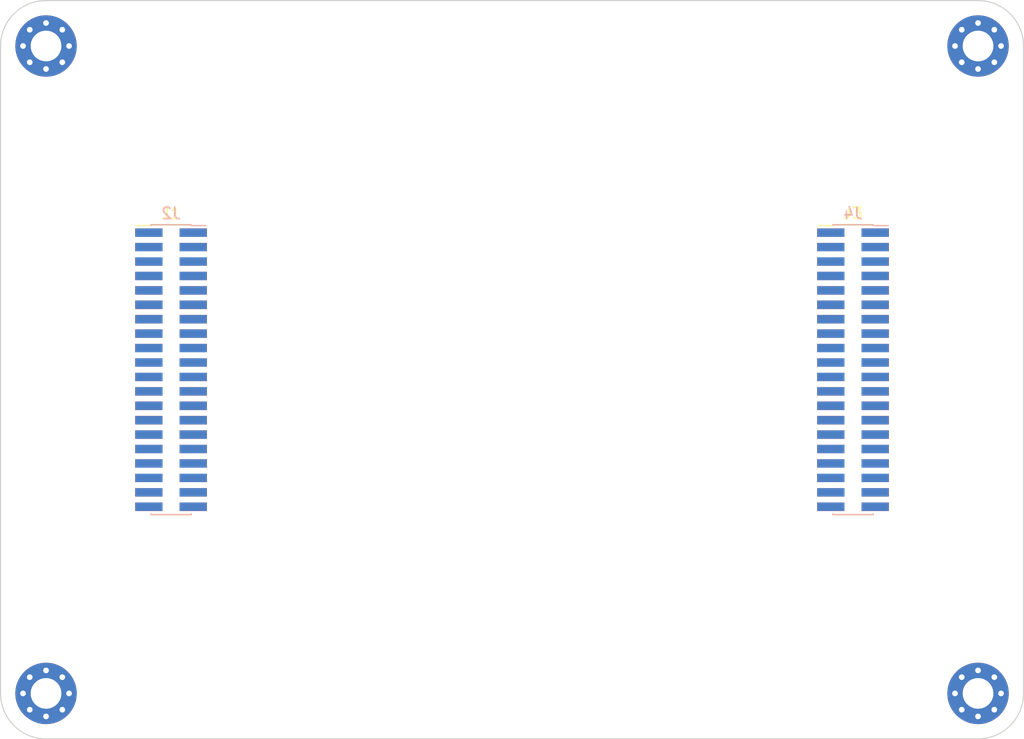
<source format=kicad_pcb>
(kicad_pcb (version 20210424) (generator pcbnew)
  (title_block (title "FlySensei_Stack_RPi") (date "2021-06-01") (rev "0.1") (company "George Mason University"))
  (layers (0 "F.Cu" signal) (1 "In1.Cu" signal) (2 "In2.Cu" signal) (31 "B.Cu" signal) (34 "B.Paste" user) (35 "F.Paste" user) (36 "B.SilkS" user "B.Silkscreen") (37 "F.SilkS" user "F.Silkscreen") (38 "B.Mask" user) (39 "F.Mask" user) (44 "Edge.Cuts" user))
  (net 0 "")
  (net 1 "/Stacking Connectors/GPIO0")
  (net 2 "GND")
  (net 3 "/Stacking Connectors/GPIO2")
  (net 4 "/Stacking Connectors/GPIO1")
  (net 5 "/Stacking Connectors/GPIO3")
  (net 6 "/Stacking Connectors/SPI0.MOSI")
  (net 7 "/Stacking Connectors/GPIO4")
  (net 8 "/Stacking Connectors/SPI0.MISO")
  (net 9 "/Stacking Connectors/GPIO5")
  (net 10 "/Stacking Connectors/SPI0.CLK")
  (net 11 "/Stacking Connectors/GPIO6")
  (net 12 "/Stacking Connectors/SPI0.CS0")
  (net 13 "/Stacking Connectors/GPIO7")
  (net 14 "/Stacking Connectors/SPI0.CS1")
  (net 15 "/Stacking Connectors/SPI0.CS2")
  (net 16 "/Stacking Connectors/I2C0.SCL")
  (net 17 "/Stacking Connectors/SPI0.CS3")
  (net 18 "/Stacking Connectors/BATT_IN")
  (net 19 "/Stacking Connectors/I2C0.SDA")
  (net 20 "/Stacking Connectors/SPI1.MOSI")
  (net 21 "/Stacking Connectors/SPI1.MISO")
  (net 22 "/Stacking Connectors/SPI1.CLK")
  (net 23 "/Stacking Connectors/UART0.TX")
  (net 24 "/Stacking Connectors/SPI1.CS0")
  (net 25 "/Stacking Connectors/UART0.RX")
  (net 26 "/Stacking Connectors/SPI1.CS1")
  (net 27 "/Stacking Connectors/UART1.TX")
  (net 28 "/Stacking Connectors/UART1.RX")
  (net 48 "/Stacking Connectors/I2C1.SCL")
  (net 55 "/Stacking Connectors/I2C1.SDA")
  (footprint "MountingHole:MountingHole_2.7mm_M2.5_Pad_Via" (layer "F.Cu") (at 94 126)
    (fp_text reference "H1" hide)
    (fp_text value "MountingHole")
    (pad "1" thru_hole circle locked (at 1.431891 1.431891) (size 0.8 0.8) (drill 0.5) (layers *.Cu *.Mask))
    (pad "1" thru_hole circle locked (at 0 2.025) (size 0.8 0.8) (drill 0.5) (layers *.Cu *.Mask))
    (pad "1" thru_hole circle locked (at 0 0) (size 5.4 5.4) (drill 2.7) (layers *.Cu *.Mask))
    (pad "1" thru_hole circle locked (at 1.431891 -1.431891) (size 0.8 0.8) (drill 0.5) (layers *.Cu *.Mask))
    (pad "1" thru_hole circle locked (at -1.431891 1.431891) (size 0.8 0.8) (drill 0.5) (layers *.Cu *.Mask))
    (pad "1" thru_hole circle locked (at -1.431891 -1.431891) (size 0.8 0.8) (drill 0.5) (layers *.Cu *.Mask))
    (pad "1" thru_hole circle locked (at 2.025 0) (size 0.8 0.8) (drill 0.5) (layers *.Cu *.Mask))
    (pad "1" thru_hole circle locked (at 0 -2.025) (size 0.8 0.8) (drill 0.5) (layers *.Cu *.Mask))
    (pad "1" thru_hole circle locked (at -2.025 0) (size 0.8 0.8) (drill 0.5) (layers *.Cu *.Mask))
  )
  (footprint "MountingHole:MountingHole_2.7mm_M2.5_Pad_Via" (layer "F.Cu") (at 176 69)
    (fp_text reference "H3" hide)
    (fp_text value "MountingHole")
    (pad "1" thru_hole circle locked (at 2.025 0) (size 0.8 0.8) (drill 0.5) (layers *.Cu *.Mask))
    (pad "1" thru_hole circle locked (at 1.431891 1.431891) (size 0.8 0.8) (drill 0.5) (layers *.Cu *.Mask))
    (pad "1" thru_hole circle locked (at -1.431891 1.431891) (size 0.8 0.8) (drill 0.5) (layers *.Cu *.Mask))
    (pad "1" thru_hole circle locked (at 0 2.025) (size 0.8 0.8) (drill 0.5) (layers *.Cu *.Mask))
    (pad "1" thru_hole circle locked (at 0 -2.025) (size 0.8 0.8) (drill 0.5) (layers *.Cu *.Mask))
    (pad "1" thru_hole circle locked (at 0 0) (size 5.4 5.4) (drill 2.7) (layers *.Cu *.Mask))
    (pad "1" thru_hole circle locked (at -1.431891 -1.431891) (size 0.8 0.8) (drill 0.5) (layers *.Cu *.Mask))
    (pad "1" thru_hole circle locked (at -2.025 0) (size 0.8 0.8) (drill 0.5) (layers *.Cu *.Mask))
    (pad "1" thru_hole circle locked (at 1.431891 -1.431891) (size 0.8 0.8) (drill 0.5) (layers *.Cu *.Mask))
  )
  (footprint "MountingHole:MountingHole_2.7mm_M2.5_Pad_Via" (layer "F.Cu") (at 94 69)
    (fp_text reference "H2" hide)
    (fp_text value "MountingHole")
    (pad "1" thru_hole circle locked (at 0 2.025) (size 0.8 0.8) (drill 0.5) (layers *.Cu *.Mask))
    (pad "1" thru_hole circle locked (at 0 -2.025) (size 0.8 0.8) (drill 0.5) (layers *.Cu *.Mask))
    (pad "1" thru_hole circle locked (at -1.431891 1.431891) (size 0.8 0.8) (drill 0.5) (layers *.Cu *.Mask))
    (pad "1" thru_hole circle locked (at 1.431891 -1.431891) (size 0.8 0.8) (drill 0.5) (layers *.Cu *.Mask))
    (pad "1" thru_hole circle locked (at 2.025 0) (size 0.8 0.8) (drill 0.5) (layers *.Cu *.Mask))
    (pad "1" thru_hole circle locked (at 0 0) (size 5.4 5.4) (drill 2.7) (layers *.Cu *.Mask))
    (pad "1" thru_hole circle locked (at -1.431891 -1.431891) (size 0.8 0.8) (drill 0.5) (layers *.Cu *.Mask))
    (pad "1" thru_hole circle locked (at -2.025 0) (size 0.8 0.8) (drill 0.5) (layers *.Cu *.Mask))
    (pad "1" thru_hole circle locked (at 1.431891 1.431891) (size 0.8 0.8) (drill 0.5) (layers *.Cu *.Mask))
  )
  (footprint "MountingHole:MountingHole_2.7mm_M2.5_Pad_Via" (layer "F.Cu") (at 176 126)
    (fp_text reference "H4" hide)
    (fp_text value "MountingHole")
    (pad "1" thru_hole circle locked (at 0 2.025) (size 0.8 0.8) (drill 0.5) (layers *.Cu *.Mask))
    (pad "1" thru_hole circle locked (at -1.431891 1.431891) (size 0.8 0.8) (drill 0.5) (layers *.Cu *.Mask))
    (pad "1" thru_hole circle locked (at 2.025 0) (size 0.8 0.8) (drill 0.5) (layers *.Cu *.Mask))
    (pad "1" thru_hole circle locked (at 1.431891 1.431891) (size 0.8 0.8) (drill 0.5) (layers *.Cu *.Mask))
    (pad "1" thru_hole circle locked (at 1.431891 -1.431891) (size 0.8 0.8) (drill 0.5) (layers *.Cu *.Mask))
    (pad "1" thru_hole circle locked (at 0 0) (size 5.4 5.4) (drill 2.7) (layers *.Cu *.Mask))
    (pad "1" thru_hole circle locked (at -2.025 0) (size 0.8 0.8) (drill 0.5) (layers *.Cu *.Mask))
    (pad "1" thru_hole circle locked (at 0 -2.025) (size 0.8 0.8) (drill 0.5) (layers *.Cu *.Mask))
    (pad "1" thru_hole circle locked (at -1.431891 -1.431891) (size 0.8 0.8) (drill 0.5) (layers *.Cu *.Mask))
  )
  (footprint "Connector_PinHeader_1.27mm:PinHeader_2x20_P1.27mm_Vertical_SMD" (layer "F.Cu") (at 165 97.5)
    (fp_text reference "J3" (at 0 -13.76) (layer "F.SilkS"))
    (fp_text value "Conn_02x20_Odd_Even_Male")
    (fp_line (start -1.765 12.695) (end -1.765 12.76) (layer "F.SilkS") (width 0.12))
    (fp_line (start 1.765 12.695) (end 1.765 12.76) (layer "F.SilkS") (width 0.12))
    (fp_line (start -1.765 12.76) (end 1.765 12.76) (layer "F.SilkS") (width 0.12))
    (fp_line (start -3.09 -12.695) (end -1.765 -12.695) (layer "F.SilkS") (width 0.12))
    (fp_line (start -1.765 -12.76) (end 1.765 -12.76) (layer "F.SilkS") (width 0.12))
    (fp_line (start -1.765 -12.76) (end -1.765 -12.695) (layer "F.SilkS") (width 0.12))
    (fp_line (start 1.765 -12.76) (end 1.765 -12.695) (layer "F.SilkS") (width 0.12))
    (pad "1" smd rect locked (at -1.95 -12.065) (size 2.4 0.74) (layers "F.Cu" "F.Paste" "F.Mask") (net 18 "/Stacking Connectors/BATT_IN"))
    (pad "2" smd rect locked (at 1.95 -12.065) (size 2.4 0.74) (layers "F.Cu" "F.Paste" "F.Mask") (net 18 "/Stacking Connectors/BATT_IN"))
    (pad "3" smd rect locked (at -1.95 -10.795) (size 2.4 0.74) (layers "F.Cu" "F.Paste" "F.Mask") (net 18 "/Stacking Connectors/BATT_IN"))
    (pad "4" smd rect locked (at 1.95 -10.795) (size 2.4 0.74) (layers "F.Cu" "F.Paste" "F.Mask") (net 18 "/Stacking Connectors/BATT_IN"))
    (pad "5" smd rect locked (at -1.95 -9.525) (size 2.4 0.74) (layers "F.Cu" "F.Paste" "F.Mask") (net 2 "GND"))
    (pad "6" smd rect locked (at 1.95 -9.525) (size 2.4 0.74) (layers "F.Cu" "F.Paste" "F.Mask") (net 2 "GND"))
    (pad "7" smd rect locked (at -1.95 -8.255) (size 2.4 0.74) (layers "F.Cu" "F.Paste" "F.Mask") (net 2 "GND"))
    (pad "8" smd rect locked (at 1.95 -8.255) (size 2.4 0.74) (layers "F.Cu" "F.Paste" "F.Mask") (net 2 "GND"))
    (pad "9" smd rect locked (at -1.95 -6.985) (size 2.4 0.74) (layers "F.Cu" "F.Paste" "F.Mask"))
    (pad "10" smd rect locked (at 1.95 -6.985) (size 2.4 0.74) (layers "F.Cu" "F.Paste" "F.Mask"))
    (pad "11" smd rect locked (at -1.95 -5.715) (size 2.4 0.74) (layers "F.Cu" "F.Paste" "F.Mask"))
    (pad "12" smd rect locked (at 1.95 -5.715) (size 2.4 0.74) (layers "F.Cu" "F.Paste" "F.Mask"))
    (pad "13" smd rect locked (at -1.95 -4.445) (size 2.4 0.74) (layers "F.Cu" "F.Paste" "F.Mask"))
    (pad "14" smd rect locked (at 1.95 -4.445) (size 2.4 0.74) (layers "F.Cu" "F.Paste" "F.Mask"))
    (pad "15" smd rect locked (at -1.95 -3.175) (size 2.4 0.74) (layers "F.Cu" "F.Paste" "F.Mask"))
    (pad "16" smd rect locked (at 1.95 -3.175) (size 2.4 0.74) (layers "F.Cu" "F.Paste" "F.Mask"))
    (pad "17" smd rect locked (at -1.95 -1.905) (size 2.4 0.74) (layers "F.Cu" "F.Paste" "F.Mask"))
    (pad "18" smd rect locked (at 1.95 -1.905) (size 2.4 0.74) (layers "F.Cu" "F.Paste" "F.Mask"))
    (pad "19" smd rect locked (at -1.95 -0.635) (size 2.4 0.74) (layers "F.Cu" "F.Paste" "F.Mask"))
    (pad "20" smd rect locked (at 1.95 -0.635) (size 2.4 0.74) (layers "F.Cu" "F.Paste" "F.Mask"))
    (pad "21" smd rect locked (at -1.95 0.635) (size 2.4 0.74) (layers "F.Cu" "F.Paste" "F.Mask"))
    (pad "22" smd rect locked (at 1.95 0.635) (size 2.4 0.74) (layers "F.Cu" "F.Paste" "F.Mask"))
    (pad "23" smd rect locked (at -1.95 1.905) (size 2.4 0.74) (layers "F.Cu" "F.Paste" "F.Mask"))
    (pad "24" smd rect locked (at 1.95 1.905) (size 2.4 0.74) (layers "F.Cu" "F.Paste" "F.Mask"))
    (pad "25" smd rect locked (at -1.95 3.175) (size 2.4 0.74) (layers "F.Cu" "F.Paste" "F.Mask"))
    (pad "26" smd rect locked (at 1.95 3.175) (size 2.4 0.74) (layers "F.Cu" "F.Paste" "F.Mask"))
    (pad "27" smd rect locked (at -1.95 4.445) (size 2.4 0.74) (layers "F.Cu" "F.Paste" "F.Mask"))
    (pad "28" smd rect locked (at 1.95 4.445) (size 2.4 0.74) (layers "F.Cu" "F.Paste" "F.Mask"))
    (pad "29" smd rect locked (at -1.95 5.715) (size 2.4 0.74) (layers "F.Cu" "F.Paste" "F.Mask"))
    (pad "30" smd rect locked (at 1.95 5.715) (size 2.4 0.74) (layers "F.Cu" "F.Paste" "F.Mask"))
    (pad "31" smd rect locked (at -1.95 6.985) (size 2.4 0.74) (layers "F.Cu" "F.Paste" "F.Mask"))
    (pad "32" smd rect locked (at 1.95 6.985) (size 2.4 0.74) (layers "F.Cu" "F.Paste" "F.Mask"))
    (pad "33" smd rect locked (at -1.95 8.255) (size 2.4 0.74) (layers "F.Cu" "F.Paste" "F.Mask"))
    (pad "34" smd rect locked (at 1.95 8.255) (size 2.4 0.74) (layers "F.Cu" "F.Paste" "F.Mask"))
    (pad "35" smd rect locked (at -1.95 9.525) (size 2.4 0.74) (layers "F.Cu" "F.Paste" "F.Mask"))
    (pad "36" smd rect locked (at 1.95 9.525) (size 2.4 0.74) (layers "F.Cu" "F.Paste" "F.Mask"))
    (pad "37" smd rect locked (at -1.95 10.795) (size 2.4 0.74) (layers "F.Cu" "F.Paste" "F.Mask"))
    (pad "38" smd rect locked (at 1.95 10.795) (size 2.4 0.74) (layers "F.Cu" "F.Paste" "F.Mask"))
    (pad "39" smd rect locked (at -1.95 12.065) (size 2.4 0.74) (layers "F.Cu" "F.Paste" "F.Mask"))
    (pad "40" smd rect locked (at 1.95 12.065) (size 2.4 0.74) (layers "F.Cu" "F.Paste" "F.Mask"))
  )
  (footprint "Connector_PinHeader_1.27mm:PinHeader_2x20_P1.27mm_Vertical_SMD" (layer "F.Cu") (at 105 97.5)
    (fp_text reference "J1" (at 0 -13.76) (layer "F.SilkS"))
    (fp_text value "Conn_02x20_Odd_Even_Male")
    (fp_line (start -1.765 12.76) (end 1.765 12.76) (layer "F.SilkS") (width 0.12))
    (fp_line (start -3.09 -12.695) (end -1.765 -12.695) (layer "F.SilkS") (width 0.12))
    (fp_line (start -1.765 12.695) (end -1.765 12.76) (layer "F.SilkS") (width 0.12))
    (fp_line (start -1.765 -12.76) (end -1.765 -12.695) (layer "F.SilkS") (width 0.12))
    (fp_line (start -1.765 -12.76) (end 1.765 -12.76) (layer "F.SilkS") (width 0.12))
    (fp_line (start 1.765 12.695) (end 1.765 12.76) (layer "F.SilkS") (width 0.12))
    (fp_line (start 1.765 -12.76) (end 1.765 -12.695) (layer "F.SilkS") (width 0.12))
    (pad "1" smd rect locked (at -1.95 -12.065) (size 2.4 0.74) (layers "F.Cu" "F.Paste" "F.Mask") (net 18 "/Stacking Connectors/BATT_IN"))
    (pad "2" smd rect locked (at 1.95 -12.065) (size 2.4 0.74) (layers "F.Cu" "F.Paste" "F.Mask") (net 18 "/Stacking Connectors/BATT_IN"))
    (pad "3" smd rect locked (at -1.95 -10.795) (size 2.4 0.74) (layers "F.Cu" "F.Paste" "F.Mask") (net 18 "/Stacking Connectors/BATT_IN"))
    (pad "4" smd rect locked (at 1.95 -10.795) (size 2.4 0.74) (layers "F.Cu" "F.Paste" "F.Mask") (net 18 "/Stacking Connectors/BATT_IN"))
    (pad "5" smd rect locked (at -1.95 -9.525) (size 2.4 0.74) (layers "F.Cu" "F.Paste" "F.Mask") (net 2 "GND"))
    (pad "6" smd rect locked (at 1.95 -9.525) (size 2.4 0.74) (layers "F.Cu" "F.Paste" "F.Mask") (net 2 "GND"))
    (pad "7" smd rect locked (at -1.95 -8.255) (size 2.4 0.74) (layers "F.Cu" "F.Paste" "F.Mask") (net 2 "GND"))
    (pad "8" smd rect locked (at 1.95 -8.255) (size 2.4 0.74) (layers "F.Cu" "F.Paste" "F.Mask") (net 2 "GND"))
    (pad "9" smd rect locked (at -1.95 -6.985) (size 2.4 0.74) (layers "F.Cu" "F.Paste" "F.Mask") (net 1 "/Stacking Connectors/GPIO0"))
    (pad "10" smd rect locked (at 1.95 -6.985) (size 2.4 0.74) (layers "F.Cu" "F.Paste" "F.Mask") (net 3 "/Stacking Connectors/GPIO2"))
    (pad "11" smd rect locked (at -1.95 -5.715) (size 2.4 0.74) (layers "F.Cu" "F.Paste" "F.Mask") (net 4 "/Stacking Connectors/GPIO1"))
    (pad "12" smd rect locked (at 1.95 -5.715) (size 2.4 0.74) (layers "F.Cu" "F.Paste" "F.Mask") (net 5 "/Stacking Connectors/GPIO3"))
    (pad "13" smd rect locked (at -1.95 -4.445) (size 2.4 0.74) (layers "F.Cu" "F.Paste" "F.Mask") (net 6 "/Stacking Connectors/SPI0.MOSI"))
    (pad "14" smd rect locked (at 1.95 -4.445) (size 2.4 0.74) (layers "F.Cu" "F.Paste" "F.Mask") (net 7 "/Stacking Connectors/GPIO4"))
    (pad "15" smd rect locked (at -1.95 -3.175) (size 2.4 0.74) (layers "F.Cu" "F.Paste" "F.Mask") (net 8 "/Stacking Connectors/SPI0.MISO"))
    (pad "16" smd rect locked (at 1.95 -3.175) (size 2.4 0.74) (layers "F.Cu" "F.Paste" "F.Mask") (net 9 "/Stacking Connectors/GPIO5"))
    (pad "17" smd rect locked (at -1.95 -1.905) (size 2.4 0.74) (layers "F.Cu" "F.Paste" "F.Mask") (net 10 "/Stacking Connectors/SPI0.CLK"))
    (pad "18" smd rect locked (at 1.95 -1.905) (size 2.4 0.74) (layers "F.Cu" "F.Paste" "F.Mask") (net 11 "/Stacking Connectors/GPIO6"))
    (pad "19" smd rect locked (at -1.95 -0.635) (size 2.4 0.74) (layers "F.Cu" "F.Paste" "F.Mask") (net 12 "/Stacking Connectors/SPI0.CS0"))
    (pad "20" smd rect locked (at 1.95 -0.635) (size 2.4 0.74) (layers "F.Cu" "F.Paste" "F.Mask") (net 13 "/Stacking Connectors/GPIO7"))
    (pad "21" smd rect locked (at -1.95 0.635) (size 2.4 0.74) (layers "F.Cu" "F.Paste" "F.Mask") (net 14 "/Stacking Connectors/SPI0.CS1"))
    (pad "22" smd rect locked (at 1.95 0.635) (size 2.4 0.74) (layers "F.Cu" "F.Paste" "F.Mask") (net 2 "GND"))
    (pad "23" smd rect locked (at -1.95 1.905) (size 2.4 0.74) (layers "F.Cu" "F.Paste" "F.Mask") (net 15 "/Stacking Connectors/SPI0.CS2"))
    (pad "24" smd rect locked (at 1.95 1.905) (size 2.4 0.74) (layers "F.Cu" "F.Paste" "F.Mask") (net 16 "/Stacking Connectors/I2C0.SCL"))
    (pad "25" smd rect locked (at -1.95 3.175) (size 2.4 0.74) (layers "F.Cu" "F.Paste" "F.Mask") (net 17 "/Stacking Connectors/SPI0.CS3"))
    (pad "26" smd rect locked (at 1.95 3.175) (size 2.4 0.74) (layers "F.Cu" "F.Paste" "F.Mask") (net 19 "/Stacking Connectors/I2C0.SDA"))
    (pad "27" smd rect locked (at -1.95 4.445) (size 2.4 0.74) (layers "F.Cu" "F.Paste" "F.Mask") (net 2 "GND"))
    (pad "28" smd rect locked (at 1.95 4.445) (size 2.4 0.74) (layers "F.Cu" "F.Paste" "F.Mask") (net 48 "/Stacking Connectors/I2C1.SCL"))
    (pad "29" smd rect locked (at -1.95 5.715) (size 2.4 0.74) (layers "F.Cu" "F.Paste" "F.Mask") (net 20 "/Stacking Connectors/SPI1.MOSI"))
    (pad "30" smd rect locked (at 1.95 5.715) (size 2.4 0.74) (layers "F.Cu" "F.Paste" "F.Mask") (net 55 "/Stacking Connectors/I2C1.SDA"))
    (pad "31" smd rect locked (at -1.95 6.985) (size 2.4 0.74) (layers "F.Cu" "F.Paste" "F.Mask") (net 21 "/Stacking Connectors/SPI1.MISO"))
    (pad "32" smd rect locked (at 1.95 6.985) (size 2.4 0.74) (layers "F.Cu" "F.Paste" "F.Mask") (net 2 "GND"))
    (pad "33" smd rect locked (at -1.95 8.255) (size 2.4 0.74) (layers "F.Cu" "F.Paste" "F.Mask") (net 22 "/Stacking Connectors/SPI1.CLK"))
    (pad "34" smd rect locked (at 1.95 8.255) (size 2.4 0.74) (layers "F.Cu" "F.Paste" "F.Mask") (net 23 "/Stacking Connectors/UART0.TX"))
    (pad "35" smd rect locked (at -1.95 9.525) (size 2.4 0.74) (layers "F.Cu" "F.Paste" "F.Mask") (net 24 "/Stacking Connectors/SPI1.CS0"))
    (pad "36" smd rect locked (at 1.95 9.525) (size 2.4 0.74) (layers "F.Cu" "F.Paste" "F.Mask") (net 25 "/Stacking Connectors/UART0.RX"))
    (pad "37" smd rect locked (at -1.95 10.795) (size 2.4 0.74) (layers "F.Cu" "F.Paste" "F.Mask") (net 26 "/Stacking Connectors/SPI1.CS1"))
    (pad "38" smd rect locked (at 1.95 10.795) (size 2.4 0.74) (layers "F.Cu" "F.Paste" "F.Mask") (net 27 "/Stacking Connectors/UART1.TX"))
    (pad "39" smd rect locked (at -1.95 12.065) (size 2.4 0.74) (layers "F.Cu" "F.Paste" "F.Mask") (net 2 "GND"))
    (pad "40" smd rect locked (at 1.95 12.065) (size 2.4 0.74) (layers "F.Cu" "F.Paste" "F.Mask") (net 28 "/Stacking Connectors/UART1.RX"))
  )
  (footprint "Connector_PinHeader_1.27mm:PinHeader_2x20_P1.27mm_Vertical_SMD" (layer "B.Cu") (at 105 97.5 180)
    (fp_text reference "J2" (at 0 13.76) (layer "B.SilkS") (effects (justify mirror)))
    (fp_text value "Conn_02x20_Odd_Even_Female")
    (fp_line (start 1.765 -12.695) (end 1.765 -12.76) (layer "B.SilkS") (width 0.12))
    (fp_line (start -1.765 12.76) (end 1.765 12.76) (layer "B.SilkS") (width 0.12))
    (fp_line (start -1.765 -12.76) (end 1.765 -12.76) (layer "B.SilkS") (width 0.12))
    (fp_line (start -1.765 12.76) (end -1.765 12.695) (layer "B.SilkS") (width 0.12))
    (fp_line (start 1.765 12.76) (end 1.765 12.695) (layer "B.SilkS") (width 0.12))
    (fp_line (start -3.09 12.695) (end -1.765 12.695) (layer "B.SilkS") (width 0.12))
    (fp_line (start -1.765 -12.695) (end -1.765 -12.76) (layer "B.SilkS") (width 0.12))
    (pad "1" smd rect locked (at -1.95 12.065 180) (size 2.4 0.74) (layers "B.Cu" "B.Paste" "B.Mask") (net 18 "/Stacking Connectors/BATT_IN"))
    (pad "2" smd rect locked (at 1.95 12.065 180) (size 2.4 0.74) (layers "B.Cu" "B.Paste" "B.Mask") (net 18 "/Stacking Connectors/BATT_IN"))
    (pad "3" smd rect locked (at -1.95 10.795 180) (size 2.4 0.74) (layers "B.Cu" "B.Paste" "B.Mask") (net 18 "/Stacking Connectors/BATT_IN"))
    (pad "4" smd rect locked (at 1.95 10.795 180) (size 2.4 0.74) (layers "B.Cu" "B.Paste" "B.Mask") (net 18 "/Stacking Connectors/BATT_IN"))
    (pad "5" smd rect locked (at -1.95 9.525 180) (size 2.4 0.74) (layers "B.Cu" "B.Paste" "B.Mask") (net 2 "GND"))
    (pad "6" smd rect locked (at 1.95 9.525 180) (size 2.4 0.74) (layers "B.Cu" "B.Paste" "B.Mask") (net 2 "GND"))
    (pad "7" smd rect locked (at -1.95 8.255 180) (size 2.4 0.74) (layers "B.Cu" "B.Paste" "B.Mask") (net 2 "GND"))
    (pad "8" smd rect locked (at 1.95 8.255 180) (size 2.4 0.74) (layers "B.Cu" "B.Paste" "B.Mask") (net 2 "GND"))
    (pad "9" smd rect locked (at -1.95 6.985 180) (size 2.4 0.74) (layers "B.Cu" "B.Paste" "B.Mask") (net 3 "/Stacking Connectors/GPIO2"))
    (pad "10" smd rect locked (at 1.95 6.985 180) (size 2.4 0.74) (layers "B.Cu" "B.Paste" "B.Mask") (net 1 "/Stacking Connectors/GPIO0"))
    (pad "11" smd rect locked (at -1.95 5.715 180) (size 2.4 0.74) (layers "B.Cu" "B.Paste" "B.Mask") (net 5 "/Stacking Connectors/GPIO3"))
    (pad "12" smd rect locked (at 1.95 5.715 180) (size 2.4 0.74) (layers "B.Cu" "B.Paste" "B.Mask") (net 4 "/Stacking Connectors/GPIO1"))
    (pad "13" smd rect locked (at -1.95 4.445 180) (size 2.4 0.74) (layers "B.Cu" "B.Paste" "B.Mask") (net 7 "/Stacking Connectors/GPIO4"))
    (pad "14" smd rect locked (at 1.95 4.445 180) (size 2.4 0.74) (layers "B.Cu" "B.Paste" "B.Mask") (net 6 "/Stacking Connectors/SPI0.MOSI"))
    (pad "15" smd rect locked (at -1.95 3.175 180) (size 2.4 0.74) (layers "B.Cu" "B.Paste" "B.Mask") (net 9 "/Stacking Connectors/GPIO5"))
    (pad "16" smd rect locked (at 1.95 3.175 180) (size 2.4 0.74) (layers "B.Cu" "B.Paste" "B.Mask") (net 8 "/Stacking Connectors/SPI0.MISO"))
    (pad "17" smd rect locked (at -1.95 1.905 180) (size 2.4 0.74) (layers "B.Cu" "B.Paste" "B.Mask") (net 11 "/Stacking Connectors/GPIO6"))
    (pad "18" smd rect locked (at 1.95 1.905 180) (size 2.4 0.74) (layers "B.Cu" "B.Paste" "B.Mask") (net 10 "/Stacking Connectors/SPI0.CLK"))
    (pad "19" smd rect locked (at -1.95 0.635 180) (size 2.4 0.74) (layers "B.Cu" "B.Paste" "B.Mask") (net 13 "/Stacking Connectors/GPIO7"))
    (pad "20" smd rect locked (at 1.95 0.635 180) (size 2.4 0.74) (layers "B.Cu" "B.Paste" "B.Mask") (net 12 "/Stacking Connectors/SPI0.CS0"))
    (pad "21" smd rect locked (at -1.95 -0.635 180) (size 2.4 0.74) (layers "B.Cu" "B.Paste" "B.Mask") (net 2 "GND"))
    (pad "22" smd rect locked (at 1.95 -0.635 180) (size 2.4 0.74) (layers "B.Cu" "B.Paste" "B.Mask") (net 14 "/Stacking Connectors/SPI0.CS1"))
    (pad "23" smd rect locked (at -1.95 -1.905 180) (size 2.4 0.74) (layers "B.Cu" "B.Paste" "B.Mask") (net 16 "/Stacking Connectors/I2C0.SCL"))
    (pad "24" smd rect locked (at 1.95 -1.905 180) (size 2.4 0.74) (layers "B.Cu" "B.Paste" "B.Mask") (net 15 "/Stacking Connectors/SPI0.CS2"))
    (pad "25" smd rect locked (at -1.95 -3.175 180) (size 2.4 0.74) (layers "B.Cu" "B.Paste" "B.Mask") (net 19 "/Stacking Connectors/I2C0.SDA"))
    (pad "26" smd rect locked (at 1.95 -3.175 180) (size 2.4 0.74) (layers "B.Cu" "B.Paste" "B.Mask") (net 17 "/Stacking Connectors/SPI0.CS3"))
    (pad "27" smd rect locked (at -1.95 -4.445 180) (size 2.4 0.74) (layers "B.Cu" "B.Paste" "B.Mask") (net 48 "/Stacking Connectors/I2C1.SCL"))
    (pad "28" smd rect locked (at 1.95 -4.445 180) (size 2.4 0.74) (layers "B.Cu" "B.Paste" "B.Mask") (net 2 "GND"))
    (pad "29" smd rect locked (at -1.95 -5.715 180) (size 2.4 0.74) (layers "B.Cu" "B.Paste" "B.Mask") (net 55 "/Stacking Connectors/I2C1.SDA"))
    (pad "30" smd rect locked (at 1.95 -5.715 180) (size 2.4 0.74) (layers "B.Cu" "B.Paste" "B.Mask") (net 20 "/Stacking Connectors/SPI1.MOSI"))
    (pad "31" smd rect locked (at -1.95 -6.985 180) (size 2.4 0.74) (layers "B.Cu" "B.Paste" "B.Mask") (net 2 "GND"))
    (pad "32" smd rect locked (at 1.95 -6.985 180) (size 2.4 0.74) (layers "B.Cu" "B.Paste" "B.Mask") (net 21 "/Stacking Connectors/SPI1.MISO"))
    (pad "33" smd rect locked (at -1.95 -8.255 180) (size 2.4 0.74) (layers "B.Cu" "B.Paste" "B.Mask") (net 23 "/Stacking Connectors/UART0.TX"))
    (pad "34" smd rect locked (at 1.95 -8.255 180) (size 2.4 0.74) (layers "B.Cu" "B.Paste" "B.Mask") (net 22 "/Stacking Connectors/SPI1.CLK"))
    (pad "35" smd rect locked (at -1.95 -9.525 180) (size 2.4 0.74) (layers "B.Cu" "B.Paste" "B.Mask") (net 25 "/Stacking Connectors/UART0.RX"))
    (pad "36" smd rect locked (at 1.95 -9.525 180) (size 2.4 0.74) (layers "B.Cu" "B.Paste" "B.Mask") (net 24 "/Stacking Connectors/SPI1.CS0"))
    (pad "37" smd rect locked (at -1.95 -10.795 180) (size 2.4 0.74) (layers "B.Cu" "B.Paste" "B.Mask") (net 27 "/Stacking Connectors/UART1.TX"))
    (pad "38" smd rect locked (at 1.95 -10.795 180) (size 2.4 0.74) (layers "B.Cu" "B.Paste" "B.Mask") (net 26 "/Stacking Connectors/SPI1.CS1"))
    (pad "39" smd rect locked (at -1.95 -12.065 180) (size 2.4 0.74) (layers "B.Cu" "B.Paste" "B.Mask") (net 28 "/Stacking Connectors/UART1.RX"))
    (pad "40" smd rect locked (at 1.95 -12.065 180) (size 2.4 0.74) (layers "B.Cu" "B.Paste" "B.Mask") (net 2 "GND"))
  )
  (footprint "Connector_PinHeader_1.27mm:PinHeader_2x20_P1.27mm_Vertical_SMD" (layer "B.Cu") (at 165 97.5 180)
    (fp_text reference "J4" (at 0 13.76) (layer "B.SilkS") (effects (justify mirror)))
    (fp_text value "Conn_02x20_Odd_Even_Female")
    (fp_line (start 1.765 12.76) (end 1.765 12.695) (layer "B.SilkS") (width 0.12))
    (fp_line (start -1.765 -12.695) (end -1.765 -12.76) (layer "B.SilkS") (width 0.12))
    (fp_line (start -1.765 12.76) (end -1.765 12.695) (layer "B.SilkS") (width 0.12))
    (fp_line (start -1.765 12.76) (end 1.765 12.76) (layer "B.SilkS") (width 0.12))
    (fp_line (start -1.765 -12.76) (end 1.765 -12.76) (layer "B.SilkS") (width 0.12))
    (fp_line (start -3.09 12.695) (end -1.765 12.695) (layer "B.SilkS") (width 0.12))
    (fp_line (start 1.765 -12.695) (end 1.765 -12.76) (layer "B.SilkS") (width 0.12))
    (pad "1" smd rect locked (at -1.95 12.065 180) (size 2.4 0.74) (layers "B.Cu" "B.Paste" "B.Mask") (net 18 "/Stacking Connectors/BATT_IN"))
    (pad "2" smd rect locked (at 1.95 12.065 180) (size 2.4 0.74) (layers "B.Cu" "B.Paste" "B.Mask") (net 18 "/Stacking Connectors/BATT_IN"))
    (pad "3" smd rect locked (at -1.95 10.795 180) (size 2.4 0.74) (layers "B.Cu" "B.Paste" "B.Mask") (net 18 "/Stacking Connectors/BATT_IN"))
    (pad "4" smd rect locked (at 1.95 10.795 180) (size 2.4 0.74) (layers "B.Cu" "B.Paste" "B.Mask") (net 18 "/Stacking Connectors/BATT_IN"))
    (pad "5" smd rect locked (at -1.95 9.525 180) (size 2.4 0.74) (layers "B.Cu" "B.Paste" "B.Mask") (net 2 "GND"))
    (pad "6" smd rect locked (at 1.95 9.525 180) (size 2.4 0.74) (layers "B.Cu" "B.Paste" "B.Mask") (net 2 "GND"))
    (pad "7" smd rect locked (at -1.95 8.255 180) (size 2.4 0.74) (layers "B.Cu" "B.Paste" "B.Mask") (net 2 "GND"))
    (pad "8" smd rect locked (at 1.95 8.255 180) (size 2.4 0.74) (layers "B.Cu" "B.Paste" "B.Mask") (net 2 "GND"))
    (pad "9" smd rect locked (at -1.95 6.985 180) (size 2.4 0.74) (layers "B.Cu" "B.Paste" "B.Mask"))
    (pad "10" smd rect locked (at 1.95 6.985 180) (size 2.4 0.74) (layers "B.Cu" "B.Paste" "B.Mask"))
    (pad "11" smd rect locked (at -1.95 5.715 180) (size 2.4 0.74) (layers "B.Cu" "B.Paste" "B.Mask"))
    (pad "12" smd rect locked (at 1.95 5.715 180) (size 2.4 0.74) (layers "B.Cu" "B.Paste" "B.Mask"))
    (pad "13" smd rect locked (at -1.95 4.445 180) (size 2.4 0.74) (layers "B.Cu" "B.Paste" "B.Mask"))
    (pad "14" smd rect locked (at 1.95 4.445 180) (size 2.4 0.74) (layers "B.Cu" "B.Paste" "B.Mask"))
    (pad "15" smd rect locked (at -1.95 3.175 180) (size 2.4 0.74) (layers "B.Cu" "B.Paste" "B.Mask"))
    (pad "16" smd rect locked (at 1.95 3.175 180) (size 2.4 0.74) (layers "B.Cu" "B.Paste" "B.Mask"))
    (pad "17" smd rect locked (at -1.95 1.905 180) (size 2.4 0.74) (layers "B.Cu" "B.Paste" "B.Mask"))
    (pad "18" smd rect locked (at 1.95 1.905 180) (size 2.4 0.74) (layers "B.Cu" "B.Paste" "B.Mask"))
    (pad "19" smd rect locked (at -1.95 0.635 180) (size 2.4 0.74) (layers "B.Cu" "B.Paste" "B.Mask"))
    (pad "20" smd rect locked (at 1.95 0.635 180) (size 2.4 0.74) (layers "B.Cu" "B.Paste" "B.Mask"))
    (pad "21" smd rect locked (at -1.95 -0.635 180) (size 2.4 0.74) (layers "B.Cu" "B.Paste" "B.Mask"))
    (pad "22" smd rect locked (at 1.95 -0.635 180) (size 2.4 0.74) (layers "B.Cu" "B.Paste" "B.Mask"))
    (pad "23" smd rect locked (at -1.95 -1.905 180) (size 2.4 0.74) (layers "B.Cu" "B.Paste" "B.Mask"))
    (pad "24" smd rect locked (at 1.95 -1.905 180) (size 2.4 0.74) (layers "B.Cu" "B.Paste" "B.Mask"))
    (pad "25" smd rect locked (at -1.95 -3.175 180) (size 2.4 0.74) (layers "B.Cu" "B.Paste" "B.Mask"))
    (pad "26" smd rect locked (at 1.95 -3.175 180) (size 2.4 0.74) (layers "B.Cu" "B.Paste" "B.Mask"))
    (pad "27" smd rect locked (at -1.95 -4.445 180) (size 2.4 0.74) (layers "B.Cu" "B.Paste" "B.Mask"))
    (pad "28" smd rect locked (at 1.95 -4.445 180) (size 2.4 0.74) (layers "B.Cu" "B.Paste" "B.Mask"))
    (pad "29" smd rect locked (at -1.95 -5.715 180) (size 2.4 0.74) (layers "B.Cu" "B.Paste" "B.Mask"))
    (pad "30" smd rect locked (at 1.95 -5.715 180) (size 2.4 0.74) (layers "B.Cu" "B.Paste" "B.Mask"))
    (pad "31" smd rect locked (at -1.95 -6.985 180) (size 2.4 0.74) (layers "B.Cu" "B.Paste" "B.Mask"))
    (pad "32" smd rect locked (at 1.95 -6.985 180) (size 2.4 0.74) (layers "B.Cu" "B.Paste" "B.Mask"))
    (pad "33" smd rect locked (at -1.95 -8.255 180) (size 2.4 0.74) (layers "B.Cu" "B.Paste" "B.Mask"))
    (pad "34" smd rect locked (at 1.95 -8.255 180) (size 2.4 0.74) (layers "B.Cu" "B.Paste" "B.Mask"))
    (pad "35" smd rect locked (at -1.95 -9.525 180) (size 2.4 0.74) (layers "B.Cu" "B.Paste" "B.Mask"))
    (pad "36" smd rect locked (at 1.95 -9.525 180) (size 2.4 0.74) (layers "B.Cu" "B.Paste" "B.Mask"))
    (pad "37" smd rect locked (at -1.95 -10.795 180) (size 2.4 0.74) (layers "B.Cu" "B.Paste" "B.Mask"))
    (pad "38" smd rect locked (at 1.95 -10.795 180) (size 2.4 0.74) (layers "B.Cu" "B.Paste" "B.Mask"))
    (pad "39" smd rect locked (at -1.95 -12.065 180) (size 2.4 0.74) (layers "B.Cu" "B.Paste" "B.Mask"))
    (pad "40" smd rect locked (at 1.95 -12.065 180) (size 2.4 0.74) (layers "B.Cu" "B.Paste" "B.Mask"))
  )
  (gr_line (start 180 69) (end 180 126) (layer "Edge.Cuts") (width 0.1))
  (gr_arc (start 176 69) (end 176 65) (angle 90) (layer "Edge.Cuts") (width 0.1))
  (gr_line (start 94 65) (end 176 65) (layer "Edge.Cuts") (width 0.1))
  (gr_arc (start 94 126) (end 94 130) (angle 90) (layer "Edge.Cuts") (width 0.1))
  (gr_arc (start 94 69) (end 90 69) (angle 90) (layer "Edge.Cuts") (width 0.1))
  (gr_arc (start 176 126) (end 180 126) (angle 90) (layer "Edge.Cuts") (width 0.1))
  (gr_line (start 90 126) (end 90 69) (layer "Edge.Cuts") (width 0.1))
  (gr_line (start 94 130) (end 176 130) (layer "Edge.Cuts") (width 0.1))
)
</source>
